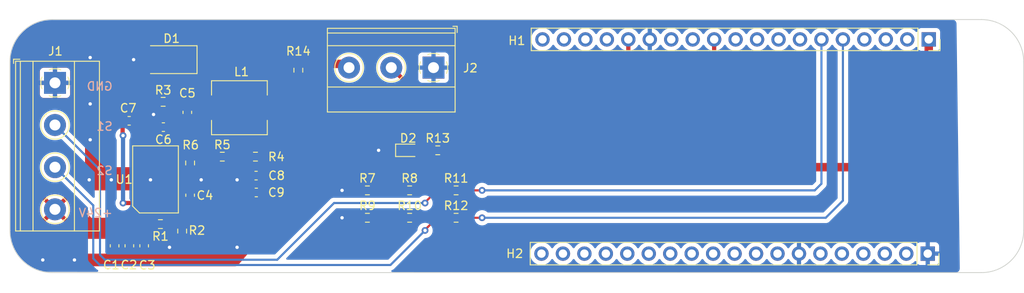
<source format=kicad_pcb>
(kicad_pcb (version 20221018) (generator pcbnew)
  (layers (0 "F.Cu" signal) (31 "B.Cu" signal) (34 "B.Paste" user) (35 "F.Paste" user) (36 "B.SilkS" user "B.Silkscreen") (37 "F.SilkS" user "F.Silkscreen") (38 "B.Mask" user) (39 "F.Mask" user) (44 "Edge.Cuts" user))
  (net 0 "")
  (net 1 "+24V")
  (net 2 "GND")
  (net 3 "Net-(U1-SS)")
  (net 4 "Net-(U1-COMP)")
  (net 5 "Net-(C5-Pad2)")
  (net 6 "Net-(D1-K)")
  (net 7 "Net-(U1-BOOT)")
  (net 8 "3V3")
  (net 9 "Net-(D2-A)")
  (net 13 "S1AI")
  (net 14 "S2AI")
  (net 19 "LED")
  (net 43 "Sensor2")
  (net 44 "Sensor1")
  (net 45 "Net-(U1-EN)")
  (net 46 "Net-(R4-Pad2)")
  (net 47 "Net-(U1-VSENSE)")
  (net 48 "Net-(R7-Pad2)")
  (net 49 "Net-(R10-Pad1)")
  (net 50 "OneWire")
  (net 51 "Net-(J2-Pin_3)")
  (footprint "Resistor_SMD:R_0603_1608Metric" (layer "F.Cu") (at 150.64 95.5)
    (fp_text reference "R13" (at 0 -1.43) (layer "F.SilkS"))
    (fp_text value "100")
    (fp_line (start -0.237258 -0.5225) (end 0.237258 -0.5225) (stroke (width 0.12)) (layer "F.SilkS"))
    (fp_line (start -0.237258 0.5225) (end 0.237258 0.5225) (stroke (width 0.12)) (layer "F.SilkS"))
    (pad "1" smd roundrect (at -0.825 0) (size 0.8 0.95) (layers "F.Cu" "F.Paste" "F.Mask") (net 9 "Net-(D2-A)"))
    (pad "2" smd roundrect (at 0.825 0) (size 0.8 0.95) (layers "F.Cu" "F.Paste" "F.Mask") (net 19 "LED"))
  )
  (footprint "Resistor_SMD:R_0603_1608Metric" (layer "F.Cu") (at 129.065 96.25 180)
    (fp_text reference "R4" (at -2.475 -0.025 180) (layer "F.SilkS"))
    (fp_text value "200")
    (fp_line (start -0.237258 -0.5225) (end 0.237258 -0.5225) (stroke (width 0.12)) (layer "F.SilkS"))
    (fp_line (start -0.237258 0.5225) (end 0.237258 0.5225) (stroke (width 0.12)) (layer "F.SilkS"))
    (pad "1" smd roundrect (at -0.825 0 180) (size 0.8 0.95) (layers "F.Cu" "F.Paste" "F.Mask") (net 8 "3V3"))
    (pad "2" smd roundrect (at 0.825 0 180) (size 0.8 0.95) (layers "F.Cu" "F.Paste" "F.Mask") (net 46 "Net-(R4-Pad2)"))
  )
  (footprint "Diode_SMD:D_SMA" (layer "F.Cu") (at 118.64 84.75 180)
    (fp_text reference "D1" (at -0.5 2.5) (layer "F.SilkS"))
    (fp_text value "B340A")
    (fp_line (start -3.51 -1.65) (end -3.51 1.65) (stroke (width 0.12)) (layer "F.SilkS"))
    (fp_line (start -3.51 -1.65) (end 2 -1.65) (stroke (width 0.12)) (layer "F.SilkS"))
    (fp_line (start -3.51 1.65) (end 2 1.65) (stroke (width 0.12)) (layer "F.SilkS"))
    (pad "1" smd roundrect (at -2 0 180) (size 2.5 1.8) (layers "F.Cu" "F.Paste" "F.Mask") (roundrect_rratio 0.1388888889) (net 6 "Net-(D1-K)"))
    (pad "2" smd roundrect (at 2 0 180) (size 2.5 1.8) (layers "F.Cu" "F.Paste" "F.Mask") (roundrect_rratio 0.1388888889) (net 2 "GND"))
  )
  (footprint "Capacitor_SMD:C_0603_1608Metric" (layer "F.Cu") (at 129.14 98.5 180)
    (fp_text reference "C8" (at -2.425 0 180) (layer "F.SilkS"))
    (fp_text value "47uF")
    (fp_line (start -0.14058 -0.51) (end 0.14058 -0.51) (stroke (width 0.12)) (layer "F.SilkS"))
    (fp_line (start -0.14058 0.51) (end 0.14058 0.51) (stroke (width 0.12)) (layer "F.SilkS"))
    (pad "1" smd roundrect (at -0.775 0 180) (size 0.9 0.95) (layers "F.Cu" "F.Paste" "F.Mask") (net 8 "3V3"))
    (pad "2" smd roundrect (at 0.775 0 180) (size 0.9 0.95) (layers "F.Cu" "F.Paste" "F.Mask") (net 2 "GND"))
  )
  (footprint "LED_SMD:LED_0603_1608Metric" (layer "F.Cu") (at 147.14 95.5)
    (fp_text reference "D2" (at 0 -1.43) (layer "F.SilkS"))
    (fp_text value "LED")
    (fp_line (start -1.485 -0.735) (end -1.485 0.735) (stroke (width 0.12)) (layer "F.SilkS"))
    (fp_line (start -1.485 0.735) (end 0.8 0.735) (stroke (width 0.12)) (layer "F.SilkS"))
    (fp_line (start 0.8 -0.735) (end -1.485 -0.735) (stroke (width 0.12)) (layer "F.SilkS"))
    (pad "1" smd roundrect (at -0.7875 0) (size 0.875 0.95) (layers "F.Cu" "F.Paste" "F.Mask") (net 2 "GND"))
    (pad "2" smd roundrect (at 0.7875 0) (size 0.875 0.95) (layers "F.Cu" "F.Paste" "F.Mask") (net 9 "Net-(D2-A)"))
  )
  (footprint "Resistor_SMD:R_0603_1608Metric" (layer "F.Cu") (at 121.33 97 -90)
    (fp_text reference "R6" (at -2.125 -0.06) (layer "F.SilkS"))
    (fp_text value "3k3")
    (fp_line (start -0.237258 -0.5225) (end 0.237258 -0.5225) (stroke (width 0.12)) (layer "F.SilkS"))
    (fp_line (start -0.237258 0.5225) (end 0.237258 0.5225) (stroke (width 0.12)) (layer "F.SilkS"))
    (pad "1" smd roundrect (at -0.825 0 270) (size 0.8 0.95) (layers "F.Cu" "F.Paste" "F.Mask") (net 47 "Net-(U1-VSENSE)"))
    (pad "2" smd roundrect (at 0.825 0 270) (size 0.8 0.95) (layers "F.Cu" "F.Paste" "F.Mask") (net 2 "GND"))
  )
  (footprint "WFF:TPS54331DR SOIC-8" (layer "F.Cu") (at 117.235 98.95)
    (fp_text reference "U1" (at -3.705 0 180) (layer "F.SilkS"))
    (fp_text value "~")
    (fp_line (start -2.705 -3.975) (end 2.705 -3.975) (stroke (width 0.12)) (layer "F.SilkS"))
    (fp_line (start -2.705 3.175) (end -2.705 -3.975) (stroke (width 0.12)) (layer "F.SilkS"))
    (fp_line (start -1.905 3.975) (end -2.705 3.175) (stroke (width 0.12)) (layer "F.SilkS"))
    (fp_line (start 2.705 -3.975) (end 2.705 3.975) (stroke (width 0.12)) (layer "F.SilkS"))
    (fp_line (start 2.705 3.975) (end -1.905 3.975) (stroke (width 0.12)) (layer "F.SilkS"))
    (pad "1" smd rect (at -1.905 2.7) (size 0.6 1.55) (layers "F.Cu" "F.Paste" "F.Mask") (net 7 "Net-(U1-BOOT)"))
    (pad "2" smd rect (at -0.635 2.7) (size 0.6 1.55) (layers "F.Cu" "F.Paste" "F.Mask") (net 1 "+24V"))
    (pad "3" smd rect (at 0.635 2.7) (size 0.6 1.55) (layers "F.Cu" "F.Paste" "F.Mask") (net 45 "Net-(U1-EN)"))
    (pad "4" smd rect (at 1.905 2.7) (size 0.6 1.55) (layers "F.Cu" "F.Paste" "F.Mask") (net 3 "Net-(U1-SS)"))
    (pad "5" smd rect (at 1.905 -2.7) (size 0.6 1.55) (layers "F.Cu" "F.Paste" "F.Mask") (net 47 "Net-(U1-VSENSE)"))
    (pad "6" smd rect (at 0.635 -2.7) (size 0.6 1.55) (layers "F.Cu" "F.Paste" "F.Mask") (net 4 "Net-(U1-COMP)"))
    (pad "7" smd rect (at -0.635 -2.7) (size 0.6 1.55) (layers "F.Cu" "F.Paste" "F.Mask") (net 2 "GND"))
    (pad "8" smd rect (at -1.905 -2.7) (size 0.6 1.55) (layers "F.Cu" "F.Paste" "F.Mask") (net 6 "Net-(D1-K)"))
  )
  (footprint "Capacitor_SMD:C_0603_1608Metric" (layer "F.Cu") (at 121.33 100.825 90)
    (fp_text reference "C4" (at -0.025 1.75 180) (layer "F.SilkS"))
    (fp_text value "10pF")
    (fp_line (start -0.14058 -0.51) (end 0.14058 -0.51) (stroke (width 0.12)) (layer "F.SilkS"))
    (fp_line (start -0.14058 0.51) (end 0.14058 0.51) (stroke (width 0.12)) (layer "F.SilkS"))
    (pad "1" smd roundrect (at -0.775 0 90) (size 0.9 0.95) (layers "F.Cu" "F.Paste" "F.Mask") (net 3 "Net-(U1-SS)"))
    (pad "2" smd roundrect (at 0.775 0 90) (size 0.9 0.95) (layers "F.Cu" "F.Paste" "F.Mask") (net 2 "GND"))
  )
  (footprint "Resistor_SMD:R_0603_1608Metric" (layer "F.Cu") (at 147.315 100.25)
    (fp_text reference "R8" (at 0 -1.43) (layer "F.SilkS"))
    (fp_text value "82")
    (fp_line (start -0.237258 -0.5225) (end 0.237258 -0.5225) (stroke (width 0.12)) (layer "F.SilkS"))
    (fp_line (start -0.237258 0.5225) (end 0.237258 0.5225) (stroke (width 0.12)) (layer "F.SilkS"))
    (pad "1" smd roundrect (at -0.825 0) (size 0.8 0.95) (layers "F.Cu" "F.Paste" "F.Mask") (net 48 "Net-(R7-Pad2)"))
    (pad "2" smd roundrect (at 0.825 0) (size 0.8 0.95) (layers "F.Cu" "F.Paste" "F.Mask") (net 44 "Sensor1"))
  )
  (footprint "TerminalBlock_Phoenix:TerminalBlock_Phoenix_MKDS-1,5-4_1x04_P5.00mm_Horizontal" (layer "F.Cu") (at 105.335 87.5 -90)
    (fp_text reference "J1" (at -3.75 -0.055 -180) (layer "F.SilkS"))
    (fp_text value "Screw_Terminal_01x04")
    (fp_line (start -2.8 4.16) (end -2.8 4.9) (stroke (width 0.12)) (layer "F.SilkS"))
    (fp_line (start -2.8 4.9) (end -2.3 4.9) (stroke (width 0.12)) (layer "F.SilkS"))
    (fp_line (start -2.56 -5.261) (end -2.56 4.66) (stroke (width 0.12)) (layer "F.SilkS"))
    (fp_line (start -2.56 -5.261) (end 17.561 -5.261) (stroke (width 0.12)) (layer "F.SilkS"))
    (fp_line (start -2.56 -2.301) (end 17.561 -2.301) (stroke (width 0.12)) (layer "F.SilkS"))
    (fp_line (start -2.56 2.6) (end 17.561 2.6) (stroke (width 0.12)) (layer "F.SilkS"))
    (fp_line (start -2.56 4.1) (end 17.561 4.1) (stroke (width 0.12)) (layer "F.SilkS"))
    (fp_line (start -2.56 4.66) (end 17.561 4.66) (stroke (width 0.12)) (layer "F.SilkS"))
    (fp_line (start 3.773 1.023) (end 3.726 1.069) (stroke (width 0.12)) (layer "F.SilkS"))
    (fp_line (start 3.966 1.239) (end 3.931 1.274) (stroke (width 0.12)) (layer "F.SilkS"))
    (fp_line (start 6.07 -1.275) (end 6.035 -1.239) (stroke (width 0.12)) (layer "F.SilkS"))
    (fp_line (start 6.275 -1.069) (end 6.228 -1.023) (stroke (width 0.12)) (layer "F.SilkS"))
    (fp_line (start 8.773 1.023) (end 8.726 1.069) (stroke (width 0.12)) (layer "F.SilkS"))
    (fp_line (start 8.966 1.239) (end 8.931 1.274) (stroke (width 0.12)) (layer "F.SilkS"))
    (fp_line (start 11.07 -1.275) (end 11.035 -1.239) (stroke (width 0.12)) (layer "F.SilkS"))
    (fp_line (start 11.275 -1.069) (end 11.228 -1.023) (stroke (width 0.12)) (layer "F.SilkS"))
    (fp_line (start 13.773 1.023) (end 13.726 1.069) (stroke (width 0.12)) (layer "F.SilkS"))
    (fp_line (start 13.966 1.239) (end 13.931 1.274) (stroke (width 0.12)) (layer "F.SilkS"))
    (fp_line (start 16.07 -1.275) (end 16.035 -1.239) (stroke (width 0.12)) (layer "F.SilkS"))
    (fp_line (start 16.275 -1.069) (end 16.228 -1.023) (stroke (width 0.12)) (layer "F.SilkS"))
    (fp_line (start 17.561 -5.261) (end 17.561 4.66) (stroke (width 0.12)) (layer "F.SilkS"))
    (fp_arc (start -1.535427 0.683042) (mid -1.680501 -0.000524) (end -1.535 -0.684) (stroke (width 0.12)) (layer "F.SilkS"))
    (fp_arc (start -0.683042 -1.535427) (mid 0.000524 -1.680501) (end 0.684 -1.535) (stroke (width 0.12)) (layer "F.SilkS"))
    (fp_arc (start 0.028805 1.680253) (mid -0.335551 1.646659) (end -0.684 1.535) (stroke (width 0.12)) (layer "F.SilkS"))
    (fp_arc (start 0.683318 1.534756) (mid 0.349292 1.643288) (end 0 1.68) (stroke (width 0.12)) (layer "F.SilkS"))
    (fp_arc (start 1.535427 -0.683042) (mid 1.680501 0.000524) (end 1.535 0.684) (stroke (width 0.12)) (layer "F.SilkS"))
    (fp_circle (center 5 0) (end 6.68 0) (stroke (width 0.12)) (fill none) (layer "F.SilkS"))
    (fp_circle (center 10 0) (end 11.68 0) (stroke (width 0.12)) (fill none) (layer "F.SilkS"))
    (fp_circle (center 15 0) (end 16.68 0) (stroke (width 0.12)) (fill none) (layer "F.SilkS"))
    (pad "1" thru_hole rect (at 0 0 270) (size 2.6 2.6) (drill 1.3) (layers "*.Cu" "*.Mask") (net 2 "GND"))
    (pad "2" thru_hole circle (at 5 0 270) (size 2.6 2.6) (drill 1.3) (layers "*.Cu" "*.Mask") (net 44 "Sensor1"))
    (pad "3" thru_hole circle (at 10 0 270) (size 2.6 2.6) (drill 1.3) (layers "*.Cu" "*.Mask") (net 43 "Sensor2"))
    (pad "4" thru_hole circle (at 15 0 270) (size 2.6 2.6) (drill 1.3) (layers "*.Cu" "*.Mask") (net 1 "+24V"))
  )
  (footprint "Capacitor_SMD:C_0603_1608Metric" (layer "F.Cu") (at 112.39 106.825 -90)
    (fp_text reference "C1" (at 2.275 0.39 -180) (layer "F.SilkS"))
    (fp_text value "4.7uF")
    (fp_line (start -0.14058 -0.51) (end 0.14058 -0.51) (stroke (width 0.12)) (layer "F.SilkS"))
    (fp_line (start -0.14058 0.51) (end 0.14058 0.51) (stroke (width 0.12)) (layer "F.SilkS"))
    (pad "1" smd roundrect (at -0.775 0 270) (size 0.9 0.95) (layers "F.Cu" "F.Paste" "F.Mask") (net 1 "+24V"))
    (pad "2" smd roundrect (at 0.775 0 270) (size 0.9 0.95) (layers "F.Cu" "F.Paste" "F.Mask") (net 2 "GND"))
  )
  (footprint "Resistor_SMD:R_0603_1608Metric" (layer "F.Cu") (at 142.315 100.25)
    (fp_text reference "R7" (at 0 -1.43) (layer "F.SilkS"))
    (fp_text value "82")
    (fp_line (start -0.237258 -0.5225) (end 0.237258 -0.5225) (stroke (width 0.12)) (layer "F.SilkS"))
    (fp_line (start -0.237258 0.5225) (end 0.237258 0.5225) (stroke (width 0.12)) (layer "F.SilkS"))
    (pad "1" smd roundrect (at -0.825 0) (size 0.8 0.95) (layers "F.Cu" "F.Paste" "F.Mask") (net 2 "GND"))
    (pad "2" smd roundrect (at 0.825 0) (size 0.8 0.95) (layers "F.Cu" "F.Paste" "F.Mask") (net 48 "Net-(R7-Pad2)"))
  )
  (footprint "Capacitor_SMD:C_0603_1608Metric" (layer "F.Cu") (at 114.115 92 180)
    (fp_text reference "C7" (at 0.115 1.5 180) (layer "F.SilkS"))
    (fp_text value "100pF")
    (fp_line (start -0.14058 -0.51) (end 0.14058 -0.51) (stroke (width 0.12)) (layer "F.SilkS"))
    (fp_line (start -0.14058 0.51) (end 0.14058 0.51) (stroke (width 0.12)) (layer "F.SilkS"))
    (pad "1" smd roundrect (at -0.775 0 180) (size 0.9 0.95) (layers "F.Cu" "F.Paste" "F.Mask") (net 6 "Net-(D1-K)"))
    (pad "2" smd roundrect (at 0.775 0 180) (size 0.9 0.95) (layers "F.Cu" "F.Paste" "F.Mask") (net 7 "Net-(U1-BOOT)"))
  )
  (footprint "Inductor_SMD:L_6.3x6.3_H3" (layer "F.Cu") (at 127.165 90.45)
    (fp_text reference "L1" (at 0.25 -4.25 180) (layer "F.SilkS"))
    (fp_text value "6.8uH")
    (fp_line (start -3.3 -3.2) (end 3.3 -3.2) (stroke (width 0.12)) (layer "F.SilkS"))
    (fp_line (start -3.3 -1.5) (end -3.3 -3.2) (stroke (width 0.12)) (layer "F.SilkS"))
    (fp_line (start -3.3 3.2) (end -3.3 1.5) (stroke (width 0.12)) (layer "F.SilkS"))
    (fp_line (start 3.3 -3.2) (end 3.3 -1.5) (stroke (width 0.12)) (layer "F.SilkS"))
    (fp_line (start 3.3 1.5) (end 3.3 3.2) (stroke (width 0.12)) (layer "F.SilkS"))
    (fp_line (start 3.3 3.2) (end -3.3 3.2) (stroke (width 0.12)) (layer "F.SilkS"))
    (pad "1" smd rect (at -2.75 0) (size 1.5 2.4) (layers "F.Cu" "F.Paste" "F.Mask") (net 6 "Net-(D1-K)"))
    (pad "2" smd rect (at 2.75 0) (size 1.5 2.4) (layers "F.Cu" "F.Paste" "F.Mask") (net 8 "3V3"))
  )
  (footprint "Connector_PinSocket_2.54mm:PinSocket_1x19_P2.54mm_Vertical" (layer "F.Cu") (at 208.64 107.75 -90)
    (fp_text reference "H2" (at 0 48.89) (layer "F.SilkS"))
    (fp_text value "Conn_01x19")
    (fp_line (start -1.33 1.27) (end -1.33 47.05) (stroke (width 0.12)) (layer "F.SilkS"))
    (fp_line (start -1.33 1.27) (end 1.33 1.27) (stroke (width 0.12)) (layer "F.SilkS"))
    (fp_line (start -1.33 47.05) (end 1.33 47.05) (stroke (width 0.12)) (layer "F.SilkS"))
    (fp_line (start 0 -1.33) (end 1.33 -1.33) (stroke (width 0.12)) (layer "F.SilkS"))
    (fp_line (start 1.33 -1.33) (end 1.33 0) (stroke (width 0.12)) (layer "F.SilkS"))
    (fp_line (start 1.33 1.27) (end 1.33 47.05) (stroke (width 0.12)) (layer "F.SilkS"))
    (pad "1" thru_hole rect (at 0 0 270) (size 1.7 1.7) (drill 1) (layers "*.Cu" "*.Mask") (net 2 "GND"))
    (pad "2" thru_hole oval (at 0 2.54 270) (size 1.7 1.7) (drill 1) (layers "*.Cu" "*.Mask"))
    (pad "3" thru_hole oval (at 0 5.08 270) (size 1.7 1.7) (drill 1) (layers "*.Cu" "*.Mask"))
    (pad "4" thru_hole oval (at 0 7.62 270) (size 1.7 1.7) (drill 1) (layers "*.Cu" "*.Mask"))
    (pad "5" thru_hole oval (at 0 10.16 270) (size 1.7 1.7) (drill 1) (layers "*.Cu" "*.Mask"))
    (pad "6" thru_hole oval (at 0 12.7 270) (size 1.7 1.7) (drill 1) (layers "*.Cu" "*.Mask"))
    (pad "7" thru_hole oval (at 0 15.24 270) (size 1.7 1.7) (drill 1) (layers "*.Cu" "*.Mask") (net 2 "GND"))
    (pad "8" thru_hole oval (at 0 17.78 270) (size 1.7 1.7) (drill 1) (layers "*.Cu" "*.Mask"))
    (pad "9" thru_hole oval (at 0 20.32 270) (size 1.7 1.7) (drill 1) (layers "*.Cu" "*.Mask"))
    (pad "10" thru_hole oval (at 0 22.86 270) (size 1.7 1.7) (drill 1) (layers "*.Cu" "*.Mask"))
    (pad "11" thru_hole oval (at 0 25.4 270) (size 1.7 1.7) (drill 1) (layers "*.Cu" "*.Mask"))
    (pad "12" thru_hole oval (at 0 27.94 270) (size 1.7 1.7) (drill 1) (layers "*.Cu" "*.Mask"))
    (pad "13" thru_hole oval (at 0 30.48 270) (size 1.7 1.7) (drill 1) (layers "*.Cu" "*.Mask"))
    (pad "14" thru_hole oval (at 0 33.02 270) (size 1.7 1.7) (drill 1) (layers "*.Cu" "*.Mask"))
    (pad "15" thru_hole oval (at 0 35.56 270) (size 1.7 1.7) (drill 1) (layers "*.Cu" "*.Mask"))
    (pad "16" thru_hole oval (at 0 38.1 270) (size 1.7 1.7) (drill 1) (layers "*.Cu" "*.Mask"))
    (pad "17" thru_hole oval (at 0 40.64 270) (size 1.7 1.7) (drill 1) (layers "*.Cu" "*.Mask"))
    (pad "18" thru_hole oval (at 0 43.18 270) (size 1.7 1.7) (drill 1) (layers "*.Cu" "*.Mask"))
    (pad "19" thru_hole oval (at 0 45.72 270) (size 1.7 1.7) (drill 1) (layers "*.Cu" "*.Mask"))
  )
  (footprint "Resistor_SMD:R_0603_1608Metric" (layer "F.Cu") (at 147.315 103.5)
    (fp_text reference "R10" (at 0 -1.43) (layer "F.SilkS"))
    (fp_text value "82")
    (fp_line (start -0.237258 -0.5225) (end 0.237258 -0.5225) (stroke (width 0.12)) (layer "F.SilkS"))
    (fp_line (start -0.237258 0.5225) (end 0.237258 0.5225) (stroke (width 0.12)) (layer "F.SilkS"))
    (pad "1" smd roundrect (at -0.825 0) (size 0.8 0.95) (layers "F.Cu" "F.Paste" "F.Mask") (net 49 "Net-(R10-Pad1)"))
    (pad "2" smd roundrect (at 0.825 0) (size 0.8 0.95) (layers "F.Cu" "F.Paste" "F.Mask") (net 43 "Sensor2"))
  )
  (footprint "Capacitor_SMD:C_0603_1608Metric" (layer "F.Cu") (at 115.89 106.825 -90)
    (fp_text reference "C3" (at 2.3 -0.36 -180) (layer "F.SilkS"))
    (fp_text value "10pF")
    (fp_line (start -0.14058 -0.51) (end 0.14058 -0.51) (stroke (width 0.12)) (layer "F.SilkS"))
    (fp_line (start -0.14058 0.51) (end 0.14058 0.51) (stroke (width 0.12)) (layer "F.SilkS"))
    (pad "1" smd roundrect (at -0.775 0 270) (size 0.9 0.95) (layers "F.Cu" "F.Paste" "F.Mask") (net 1 "+24V"))
    (pad "2" smd roundrect (at 0.775 0 270) (size 0.9 0.95) (layers "F.Cu" "F.Paste" "F.Mask") (net 2 "GND"))
  )
  (footprint "Capacitor_SMD:C_0603_1608Metric" (layer "F.Cu") (at 129.165 100.5 180)
    (fp_text reference "C9" (at -2.375 0 180) (layer "F.SilkS"))
    (fp_text value "47uF")
    (fp_line (start -0.14058 -0.51) (end 0.14058 -0.51) (stroke (width 0.12)) (layer "F.SilkS"))
    (fp_line (start -0.14058 0.51) (end 0.14058 0.51) (stroke (width 0.12)) (layer "F.SilkS"))
    (pad "1" smd roundrect (at -0.775 0 180) (size 0.9 0.95) (layers "F.Cu" "F.Paste" "F.Mask") (net 8 "3V3"))
    (pad "2" smd roundrect (at 0.775 0 180) (size 0.9 0.95) (layers "F.Cu" "F.Paste" "F.Mask") (net 2 "GND"))
  )
  (footprint "Resistor_SMD:R_0603_1608Metric" (layer "F.Cu") (at 125.14 96.25 180)
    (fp_text reference "R5" (at 0 1.4 180) (layer "F.SilkS"))
    (fp_text value "10k")
    (fp_line (start -0.237258 -0.5225) (end 0.237258 -0.5225) (stroke (width 0.12)) (layer "F.SilkS"))
    (fp_line (start -0.237258 0.5225) (end 0.237258 0.5225) (stroke (width 0.12)) (layer "F.SilkS"))
    (pad "1" smd roundrect (at -0.825 0 180) (size 0.8 0.95) (layers "F.Cu" "F.Paste" "F.Mask") (net 46 "Net-(R4-Pad2)"))
    (pad "2" smd roundrect (at 0.825 0 180) (size 0.8 0.95) (layers "F.Cu" "F.Paste" "F.Mask") (net 47 "Net-(U1-VSENSE)"))
  )
  (footprint "Resistor_SMD:R_0603_1608Metric" (layer "F.Cu") (at 142.315 103.5)
    (fp_text reference "R9" (at 0 -1.43) (layer "F.SilkS"))
    (fp_text value "82")
    (fp_line (start -0.237258 -0.5225) (end 0.237258 -0.5225) (stroke (width 0.12)) (layer "F.SilkS"))
    (fp_line (start -0.237258 0.5225) (end 0.237258 0.5225) (stroke (width 0.12)) (layer "F.SilkS"))
    (pad "1" smd roundrect (at -0.825 0) (size 0.8 0.95) (layers "F.Cu" "F.Paste" "F.Mask") (net 2 "GND"))
    (pad "2" smd roundrect (at 0.825 0) (size 0.8 0.95) (layers "F.Cu" "F.Paste" "F.Mask") (net 49 "Net-(R10-Pad1)"))
  )
  (footprint "Capacitor_SMD:C_0603_1608Metric" (layer "F.Cu") (at 118.165 92.75 180)
    (fp_text reference "C6" (at 0 -1.475 180) (layer "F.SilkS"))
    (fp_text value "47pF")
    (fp_line (start -0.14058 -0.51) (end 0.14058 -0.51) (stroke (width 0.12)) (layer "F.SilkS"))
    (fp_line (start -0.14058 0.51) (end 0.14058 0.51) (stroke (width 0.12)) (layer "F.SilkS"))
    (pad "1" smd roundrect (at -0.775 0 180) (size 0.9 0.95) (layers "F.Cu" "F.Paste" "F.Mask") (net 4 "Net-(U1-COMP)"))
    (pad "2" smd roundrect (at 0.775 0 180) (size 0.9 0.95) (layers "F.Cu" "F.Paste" "F.Mask") (net 2 "GND"))
  )
  (footprint "Resistor_SMD:R_0603_1608Metric" (layer "F.Cu") (at 152.815 103.5)
    (fp_text reference "R12" (at 0 -1.43) (layer "F.SilkS"))
    (fp_text value "10K")
    (fp_line (start -0.237258 -0.5225) (end 0.237258 -0.5225) (stroke (width 0.12)) (layer "F.SilkS"))
    (fp_line (start -0.237258 0.5225) (end 0.237258 0.5225) (stroke (width 0.12)) (layer "F.SilkS"))
    (pad "1" smd roundrect (at -0.825 0) (size 0.8 0.95) (layers "F.Cu" "F.Paste" "F.Mask") (net 43 "Sensor2"))
    (pad "2" smd roundrect (at 0.825 0) (size 0.8 0.95) (layers "F.Cu" "F.Paste" "F.Mask") (net 14 "S2AI"))
  )
  (footprint "Resistor_SMD:R_0603_1608Metric" (layer "F.Cu") (at 152.815 100.25)
    (fp_text reference "R11" (at 0 -1.43) (layer "F.SilkS"))
    (fp_text value "10K")
    (fp_line (start -0.237258 -0.5225) (end 0.237258 -0.5225) (stroke (width 0.12)) (layer "F.SilkS"))
    (fp_line (start -0.237258 0.5225) (end 0.237258 0.5225) (stroke (width 0.12)) (layer "F.SilkS"))
    (pad "1" smd roundrect (at -0.825 0) (size 0.8 0.95) (layers "F.Cu" "F.Paste" "F.Mask") (net 44 "Sensor1"))
    (pad "2" smd roundrect (at 0.825 0) (size 0.8 0.95) (layers "F.Cu" "F.Paste" "F.Mask") (net 13 "S1AI"))
  )
  (footprint "Resistor_SMD:R_0603_1608Metric" (layer "F.Cu") (at 118.14 89.75 180)
    (fp_text reference "R3" (at 0 1.375 180) (layer "F.SilkS"))
    (fp_text value "27k")
    (fp_line (start -0.237258 -0.5225) (end 0.237258 -0.5225) (stroke (width 0.12)) (layer "F.SilkS"))
    (fp_line (start -0.237258 0.5225) (end 0.237258 0.5225) (stroke (width 0.12)) (layer "F.SilkS"))
    (pad "1" smd roundrect (at -0.825 0 180) (size 0.8 0.95) (layers "F.Cu" "F.Paste" "F.Mask") (net 5 "Net-(C5-Pad2)"))
    (pad "2" smd roundrect (at 0.825 0 180) (size 0.8 0.95) (layers "F.Cu" "F.Paste" "F.Mask") (net 2 "GND"))
  )
  (footprint "Capacitor_SMD:C_0603_1608Metric" (layer "F.Cu") (at 121 91 90)
    (fp_text reference "C5" (at 2.275 0 180) (layer "F.SilkS"))
    (fp_text value "1nF")
    (fp_line (start -0.14058 -0.51) (end 0.14058 -0.51) (stroke (width 0.12)) (layer "F.SilkS"))
    (fp_line (start -0.14058 0.51) (end 0.14058 0.51) (stroke (width 0.12)) (layer "F.SilkS"))
    (pad "1" smd roundrect (at -0.775 0 90) (size 0.9 0.95) (layers "F.Cu" "F.Paste" "F.Mask") (net 4 "Net-(U1-COMP)"))
    (pad "2" smd roundrect (at 0.775 0 90) (size 0.9 0.95) (layers "F.Cu" "F.Paste" "F.Mask") (net 5 "Net-(C5-Pad2)"))
  )
  (footprint "TerminalBlock_Phoenix:TerminalBlock_Phoenix_MKDS-1,5-3_1x03_P5.00mm_Horizontal" (layer "F.Cu") (at 150.14 85.695 180)
    (fp_text reference "J2" (at -4.36 -0.055) (layer "F.SilkS"))
    (fp_text value "Screw_Terminal_01x03")
    (fp_line (start -2.8 4.16) (end -2.8 4.9) (stroke (width 0.12)) (layer "F.SilkS"))
    (fp_line (start -2.8 4.9) (end -2.3 4.9) (stroke (width 0.12)) (layer "F.SilkS"))
    (fp_line (start -2.56 -5.261) (end -2.56 4.66) (stroke (width 0.12)) (layer "F.SilkS"))
    (fp_line (start -2.56 -5.261) (end 12.56 -5.261) (stroke (width 0.12)) (layer "F.SilkS"))
    (fp_line (start -2.56 -2.301) (end 12.56 -2.301) (stroke (width 0.12)) (layer "F.SilkS"))
    (fp_line (start -2.56 2.6) (end 12.56 2.6) (stroke (width 0.12)) (layer "F.SilkS"))
    (fp_line (start -2.56 4.1) (end 12.56 4.1) (stroke (width 0.12)) (layer "F.SilkS"))
    (fp_line (start -2.56 4.66) (end 12.56 4.66) (stroke (width 0.12)) (layer "F.SilkS"))
    (fp_line (start 3.773 1.023) (end 3.726 1.069) (stroke (width 0.12)) (layer "F.SilkS"))
    (fp_line (start 3.966 1.239) (end 3.931 1.274) (stroke (width 0.12)) (layer "F.SilkS"))
    (fp_line (start 6.07 -1.275) (end 6.035 -1.239) (stroke (width 0.12)) (layer "F.SilkS"))
    (fp_line (start 6.275 -1.069) (end 6.228 -1.023) (stroke (width 0.12)) (layer "F.SilkS"))
    (fp_line (start 8.773 1.023) (end 8.726 1.069) (stroke (width 0.12)) (layer "F.SilkS"))
    (fp_line (start 8.966 1.239) (end 8.931 1.274) (stroke (width 0.12)) (layer "F.SilkS"))
    (fp_line (start 11.07 -1.275) (end 11.035 -1.239) (stroke (width 0.12)) (layer "F.SilkS"))
    (fp_line (start 11.275 -1.069) (end 11.228 -1.023) (stroke (width 0.12)) (layer "F.SilkS"))
    (fp_line (start 12.56 -5.261) (end 12.56 4.66) (stroke (width 0.12)) (layer "F.SilkS"))
    (fp_arc (start -1.535427 0.683042) (mid -1.680501 -0.000524) (end -1.535 -0.684) (stroke (width 0.12)) (layer "F.SilkS"))
    (fp_arc (start -0.683042 -1.535427) (mid 0.000524 -1.680501) (end 0.684 -1.535) (stroke (width 0.12)) (layer "F.SilkS"))
    (fp_arc (start 0.028805 1.680253) (mid -0.335551 1.646659) (end -0.684 1.535) (stroke (width 0.12)) (layer "F.SilkS"))
    (fp_arc (start 0.683318 1.534756) (mid 0.349292 1.643288) (end 0 1.68) (stroke (width 0.12)) (layer "F.SilkS"))
    (fp_arc (start 1.535427 -0.683042) (mid 1.680501 0.000524) (end 1.535 0.684) (stroke (width 0.12)) (layer "F.SilkS"))
    (fp_circle (center 5 0) (end 6.68 0) (stroke (width 0.12)) (fill none) (layer "F.SilkS"))
    (fp_circle (center 10 0) (end 11.68 0) (stroke (width 0.12)) (fill none) (layer "F.SilkS"))
    (pad "1" thru_hole rect (at 0 0 180) (size 2.6 2.6) (drill 1.3) (layers "*.Cu" "*.Mask") (net 2 "GND"))
    (pad "2" thru_hole circle (at 5 0 180) (size 2.6 2.6) (drill 1.3) (layers "*.Cu" "*.Mask") (net 50 "OneWire"))
    (pad "3" thru_hole circle (at 10 0 180) (size 2.6 2.6) (drill 1.3) (layers "*.Cu" "*.Mask") (net 51 "Net-(J2-Pin_3)"))
  )
  (footprint "Capacitor_SMD:C_0603_1608Metric" (layer "F.Cu") (at 114.14 106.825 -90)
    (fp_text reference "C2" (at 2.275 0.05 -180) (layer "F.SilkS"))
    (fp_text value "4.7uF")
    (fp_line (start -0.14058 -0.51) (end 0.14058 -0.51) (stroke (width 0.12)) (layer "F.SilkS"))
    (fp_line (start -0.14058 0.51) (end 0.14058 0.51) (stroke (width 0.12)) (layer "F.SilkS"))
    (pad "1" smd roundrect (at -0.775 0 270) (size 0.9 0.95) (layers "F.Cu" "F.Paste" "F.Mask") (net 1 "+24V"))
    (pad "2" smd roundrect (at 0.775 0 270) (size 0.9 0.95) (layers "F.Cu" "F.Paste" "F.Mask") (net 2 "GND"))
  )
  (footprint "Resistor_SMD:R_0603_1608Metric" (layer "F.Cu") (at 134.14 86 -90)
    (fp_text reference "R14" (at -2.25 0 -180) (layer "F.SilkS"))
    (fp_text value "4k7")
    (fp_line (start -0.237258 -0.5225) (end 0.237258 -0.5225) (stroke (width 0.12)) (layer "F.SilkS"))
    (fp_line (start -0.237258 0.5225) (end 0.237258 0.5225) (stroke (width 0.12)) (layer "F.SilkS"))
    (pad "1" smd roundrect (at -0.825 0 270) (size 0.8 0.95) (layers "F.Cu" "F.Paste" "F.Mask") (net 51 "Net-(J2-Pin_3)"))
    (pad "2" smd roundrect (at 0.825 0 270) (size 0.8 0.95) (layers "F.Cu" "F.Paste" "F.Mask") (net 8 "3V3"))
  )
  (footprint "Resistor_SMD:R_0603_1608Metric" (layer "F.Cu") (at 117.815 104.25)
    (fp_text reference "R1" (at 0 1.45 180) (layer "F.SilkS"))
    (fp_text value "330k")
    (fp_line (start -0.237258 -0.5225) (end 0.237258 -0.5225) (stroke (width 0.12)) (layer "F.SilkS"))
    (fp_line (start -0.237258 0.5225) (end 0.237258 0.5225) (stroke (width 0.12)) (layer "F.SilkS"))
    (pad "1" smd roundrect (at -0.825 0) (size 0.8 0.95) (layers "F.Cu" "F.Paste" "F.Mask") (net 1 "+24V"))
    (pad "2" smd roundrect (at 0.825 0) (size 0.8 0.95) (layers "F.Cu" "F.Paste" "F.Mask") (net 45 "Net-(U1-EN)"))
  )
  (footprint "Resistor_SMD:R_0603_1608Metric" (layer "F.Cu") (at 120.39 105.075 -90)
    (fp_text reference "R2" (at -0.075 -1.75) (layer "F.SilkS"))
    (fp_text value "68k")
    (fp_line (start -0.237258 -0.5225) (end 0.237258 -0.5225) (stroke (width 0.12)) (layer "F.SilkS"))
    (fp_line (start -0.237258 0.5225) (end 0.237258 0.5225) (stroke (width 0.12)) (layer "F.SilkS"))
    (pad "1" smd roundrect (at -0.825 0 270) (size 0.8 0.95) (layers "F.Cu" "F.Paste" "F.Mask") (net 45 "Net-(U1-EN)"))
    (pad "2" smd roundrect (at 0.825 0 270) (size 0.8 0.95) (layers "F.Cu" "F.Paste" "F.Mask") (net 2 "GND"))
  )
  (footprint "Connector_PinSocket_2.54mm:PinSocket_1x19_P2.54mm_Vertical" (layer "F.Cu") (at 208.76 82.35 -90)
    (fp_text reference "H1" (at 0.15 48.76) (layer "F.SilkS"))
    (fp_text value "Conn_01x19")
    (fp_line (start -1.33 1.27) (end -1.33 47.05) (stroke (width 0.12)) (layer "F.SilkS"))
    (fp_line (start -1.33 1.27) (end 1.33 1.27) (stroke (width 0.12)) (layer "F.SilkS"))
    (fp_line (start -1.33 47.05) (end 1.33 47.05) (stroke (width 0.12)) (layer "F.SilkS"))
    (fp_line (start 0 -1.33) (end 1.33 -1.33) (stroke (width 0.12)) (layer "F.SilkS"))
    (fp_line (start 1.33 -1.33) (end 1.33 0) (stroke (width 0.12)) (layer "F.SilkS"))
    (fp_line (start 1.33 1.27) (end 1.33 47.05) (stroke (width 0.12)) (layer "F.SilkS"))
    (pad "1" thru_hole rect (at 0 0 270) (size 1.7 1.7) (drill 1) (layers "*.Cu" "*.Mask") (net 8 "3V3"))
    (pad "2" thru_hole oval (at 0 2.54 270) (size 1.7 1.7) (drill 1) (layers "*.Cu" "*.Mask"))
    (pad "3" thru_hole oval (at 0 5.08 270) (size 1.7 1.7) (drill 1) (layers "*.Cu" "*.Mask"))
    (pad "4" thru_hole oval (at 0 7.62 270) (size 1.7 1.7) (drill 1) (layers "*.Cu" "*.Mask"))
    (pad "5" thru_hole oval (at 0 10.16 270) (size 1.7 1.7) (drill 1) (layers "*.Cu" "*.Mask") (net 14 "S2AI"))
    (pad "6" thru_hole oval (at 0 12.7 270) (size 1.7 1.7) (drill 1) (layers "*.Cu" "*.Mask") (net 13 "S1AI"))
    (pad "7" thru_hole oval (at 0 15.24 270) (size 1.7 1.7) (drill 1) (layers "*.Cu" "*.Mask"))
    (pad "8" thru_hole oval (at 0 17.78 270) (size 1.7 1.7) (drill 1) (layers "*.Cu" "*.Mask"))
    (pad "9" thru_hole oval (at 0 20.32 270) (size 1.7 1.7) (drill 1) (layers "*.Cu" "*.Mask"))
    (pad "10" thru_hole oval (at 0 22.86 270) (size 1.7 1.7) (drill 1) (layers "*.Cu" "*.Mask"))
    (pad "11" thru_hole oval (at 0 25.4 270) (size 1.7 1.7) (drill 1) (layers "*.Cu" "*.Mask") (net 19 "LED"))
    (pad "12" thru_hole oval (at 0 27.94 270) (size 1.7 1.7) (drill 1) (layers "*.Cu" "*.Mask"))
    (pad "13" thru_hole oval (at 0 30.48 270) (size 1.7 1.7) (drill 1) (layers "*.Cu" "*.Mask"))
    (pad "14" thru_hole oval (at 0 33.02 270) (size 1.7 1.7) (drill 1) (layers "*.Cu" "*.Mask") (net 2 "GND"))
    (pad "15" thru_hole oval (at 0 35.56 270) (size 1.7 1.7) (drill 1) (layers "*.Cu" "*.Mask") (net 50 "OneWire"))
    (pad "16" thru_hole oval (at 0 38.1 270) (size 1.7 1.7) (drill 1) (layers "*.Cu" "*.Mask"))
    (pad "17" thru_hole oval (at 0 40.64 270) (size 1.7 1.7) (drill 1) (layers "*.Cu" "*.Mask"))
    (pad "18" thru_hole oval (at 0 43.18 270) (size 1.7 1.7) (drill 1) (layers "*.Cu" "*.Mask"))
    (pad "19" thru_hole oval (at 0 45.72 270) (size 1.7 1.7) (drill 1) (layers "*.Cu" "*.Mask"))
  )
  (gr_line (start 100 105) (end 100 85) (stroke (width 0.1)) (layer "Edge.Cuts"))
  (gr_line (start 105 80) (end 215 80) (stroke (width 0.1)) (layer "Edge.Cuts"))
  (gr_line (start 215 110) (end 105 110) (stroke (width 0.1)) (layer "Edge.Cuts"))
  (gr_arc (start 215 80) (mid 218.535534 81.464466) (end 220 85) (stroke (width 0.1)) (layer "Edge.Cuts"))
  (gr_arc (start 100 85) (mid 101.464466 81.464466) (end 105 80) (stroke (width 0.1)) (layer "Edge.Cuts"))
  (gr_line (start 220 85) (end 220 105) (stroke (width 0.1)) (layer "Edge.Cuts"))
  (gr_arc (start 220 105) (mid 218.535534 108.535534) (end 215 110) (stroke (width 0.1)) (layer "Edge.Cuts"))
  (gr_arc (start 105 110) (mid 101.464466 108.535534) (end 100 105) (stroke (width 0.1)) (layer "Edge.Cuts"))
  (gr_text "S1" (at 112.25 93.25) (layer "B.SilkS") (effects (font (size 1 1)) (justify left bottom mirror)))
  (gr_text "S2" (at 112.25 98.5) (layer "B.SilkS") (effects (font (size 1 1)) (justify left bottom mirror)))
  (gr_text "GND" (at 112.25 88.5) (layer "B.SilkS") (effects (font (size 1 1)) (justify left bottom mirror)))
  (gr_text "+24V" (at 112.25 103.5) (layer "B.SilkS") (effects (font (size 1 1)) (justify left bottom mirror)))
  (segment (start 141.49 103.5) (end 139.315 103.5) (width 0.25) (layer "F.Cu") (net 2))
  (segment (start 143.64 95.5) (end 146.3525 95.5) (width 0.5) (layer "F.Cu") (net 2))
  (segment (start 141.49 100.25) (end 139.315 100.25) (width 0.25) (layer "F.Cu") (net 2))
  (via (at 122.64 99) (size 0.8) (drill 0.4) (layers "F.Cu" "B.Cu") (net 2))
  (via (at 109.5 94.25) (size 0.8) (drill 0.4) (layers "F.Cu" "B.Cu") (net 2))
  (via (at 109.39 99) (size 0.8) (drill 0.4) (layers "F.Cu" "B.Cu") (net 2))
  (via (at 103.89 108.5) (size 0.8) (drill 0.4) (layers "F.Cu" "B.Cu") (net 2))
  (via (at 118.89 107) (size 0.8) (drill 0.4) (layers "F.Cu" "B.Cu") (net 2))
  (via (at 139.315 100.25) (size 0.8) (drill 0.4) (layers "F.Cu" "B.Cu") (net 2))
  (via (at 109.5 90) (size 0.8) (drill 0.4) (layers "F.Cu" "B.Cu") (net 2))
  (via (at 107.64 108.5) (size 0.8) (drill 0.4) (layers "F.Cu" "B.Cu") (net 2))
  (via (at 109.5 84.5) (size 0.8) (drill 0.4) (layers "F.Cu" "B.Cu") (net 2))
  (via (at 126.89 107) (size 0.8) (drill 0.4) (layers "F.Cu" "B.Cu") (net 2))
  (via (at 126.89 99) (size 0.8) (drill 0.4) (layers "F.Cu" "B.Cu") (net 2))
  (via (at 139.315 103.5) (size 0.8) (drill 0.4) (layers "F.Cu" "B.Cu") (net 2))
  (via (at 116.64 99) (size 0.8) (drill 0.4) (layers "F.Cu" "B.Cu") (net 2))
  (via (at 114.64 84.75) (size 0.8) (drill 0.4) (layers "F.Cu" "B.Cu") (net 2))
  (via (at 143.64 95.5) (size 0.8) (drill 0.4) (layers "F.Cu" "B.Cu") (net 2))
  (via (at 117 91.25) (size 0.8) (drill 0.4) (layers "F.Cu" "B.Cu") (net 2))
  (via (at 112 99) (size 0.8) (drill 0.4) (layers "F.Cu" "B.Cu") (net 2))
  (segment (start 121.33 101.6) (end 119.19 101.6) (width 0.5) (layer "F.Cu") (net 3))
  (segment (start 119.19 101.6) (end 119.14 101.65) (width 0.5) (layer "F.Cu") (net 3))
  (segment (start 120.025 92.75) (end 121 91.775) (width 0.5) (layer "F.Cu") (net 4))
  (segment (start 118.94 93.675) (end 117.87 94.745) (width 0.5) (layer "F.Cu") (net 4))
  (segment (start 118.94 92.75) (end 120.025 92.75) (width 0.5) (layer "F.Cu") (net 4))
  (segment (start 117.87 94.745) (end 117.87 96.25) (width 0.5) (layer "F.Cu") (net 4))
  (segment (start 118.94 92.75) (end 118.94 93.675) (width 0.5) (layer "F.Cu") (net 4))
  (segment (start 120.525 89.75) (end 121 90.225) (width 0.5) (layer "F.Cu") (net 5))
  (segment (start 118.965 89.75) (end 120.525 89.75) (width 0.5) (layer "F.Cu") (net 5))
  (segment (start 113.39 101.75) (end 115.23 101.75) (width 0.5) (layer "F.Cu") (net 7))
  (segment (start 113.34 92) (end 113.34 93.7) (width 0.5) (layer "F.Cu") (net 7))
  (segment (start 115.23 101.75) (end 115.33 101.65) (width 0.5) (layer "F.Cu") (net 7))
  (segment (start 113.34 93.7) (end 113.39 93.75) (width 0.5) (layer "F.Cu") (net 7))
  (via (at 113.39 93.75) (size 0.8) (drill 0.4) (layers "F.Cu" "B.Cu") (net 7))
  (via (at 113.39 101.75) (size 0.8) (drill 0.4) (layers "F.Cu" "B.Cu") (net 7))
  (segment (start 113.39 101.75) (end 113.39 93.75) (width 0.5) (layer "B.Cu") (net 7))
  (segment (start 133.89 97.5) (end 203.39 97.5) (width 1) (layer "F.Cu") (net 8))
  (segment (start 203.39 97.5) (end 208.76 92.13) (width 1) (layer "F.Cu") (net 8))
  (segment (start 208.76 92.13) (end 208.76 82.35) (width 1) (layer "F.Cu") (net 8))
  (segment (start 147.9275 95.5) (end 149.815 95.5) (width 0.5) (layer "F.Cu") (net 9))
  (segment (start 155.89 100.25) (end 153.64 100.25) (width 0.25) (layer "F.Cu") (net 13))
  (via (at 155.89 100.25) (size 0.8) (drill 0.4) (layers "F.Cu" "B.Cu") (net 13))
  (segment (start 195.265 100.25) (end 196.06 99.455) (width 0.25) (layer "B.Cu") (net 13))
  (segment (start 196.06 99.455) (end 196.06 82.35) (width 0.25) (layer "B.Cu") (net 13))
  (segment (start 155.89 100.25) (end 195.265 100.25) (width 0.25) (layer "B.Cu") (net 13))
  (segment (start 155.89 103.5) (end 153.64 103.5) (width 0.25) (layer "F.Cu") (net 14))
  (via (at 155.89 103.5) (size 0.8) (drill 0.4) (layers "F.Cu" "B.Cu") (net 14))
  (segment (start 155.89 103.5) (end 196.565 103.5) (width 0.25) (layer "B.Cu") (net 14))
  (segment (start 198.6 101.465) (end 198.6 82.35) (width 0.25) (layer "B.Cu") (net 14))
  (segment (start 196.565 103.5) (end 198.6 101.465) (width 0.25) (layer "B.Cu") (net 14))
  (segment (start 183.36 82.35) (end 183.36 92.28) (width 0.5) (layer "F.Cu") (net 19))
  (segment (start 183.36 92.28) (end 180.14 95.5) (width 0.5) (layer "F.Cu") (net 19))
  (segment (start 180.14 95.5) (end 151.465 95.5) (width 0.5) (layer "F.Cu") (net 19))
  (segment (start 149.14 105) (end 149.14 104.925) (width 0.25) (layer "F.Cu") (net 43))
  (segment (start 149.815 103.5) (end 148.14 103.5) (width 0.25) (layer "F.Cu") (net 43))
  (segment (start 150.565 103.5) (end 149.815 103.5) (width 0.25) (layer "F.Cu") (net 43))
  (segment (start 149.14 104.925) (end 150.565 103.5) (width 0.25) (layer "F.Cu") (net 43))
  (segment (start 151.99 103.5) (end 150.565 103.5) (width 0.25) (layer "F.Cu") (net 43))
  (via (at 149.14 105) (size 0.8) (drill 0.4) (layers "F.Cu" "B.Cu") (net 43))
  (segment (start 145.04 109.1) (end 110.64 109.1) (width 0.25) (layer "B.Cu") (net 43))
  (segment (start 109.865 108.325) (end 109.865 102.03) (width 0.25) (layer "B.Cu") (net 43))
  (segment (start 149.14 105) (end 145.04 109.1) (width 0.25) (layer "B.Cu") (net 43))
  (segment (start 110.64 109.1) (end 109.865 108.325) (width 0.25) (layer "B.Cu") (net 43))
  (segment (start 109.865 102.03) (end 105.335 97.5) (width 0.25) (layer "B.Cu") (net 43))
  (segment (start 149.14 101.75) (end 149.14 101.675) (width 0.25) (layer "F.Cu") (net 44))
  (segment (start 149.815 100.25) (end 148.14 100.25) (width 0.25) (layer "F.Cu") (net 44))
  (segment (start 149.14 101.675) (end 150.565 100.25) (width 0.25) (layer "F.Cu") (net 44))
  (segment (start 150.565 100.25) (end 149.815 100.25) (width 0.25) (layer "F.Cu") (net 44))
  (segment (start 151.99 100.25) (end 150.565 100.25) (width 0.25) (layer "F.Cu") (net 44))
  (via (at 149.14 101.75) (size 0.8) (drill 0.4) (layers "F.Cu" "B.Cu") (net 44))
  (segment (start 111.24 108.475) (end 110.665 107.9) (width 0.25) (layer "B.Cu") (net 44))
  (segment (start 149.14 101.75) (end 138.365 101.75) (width 0.25) (layer "B.Cu") (net 44))
  (segment (start 138.365 101.75) (end 131.64 108.475) (width 0.25) (layer "B.Cu") (net 44))
  (segment (start 110.665 97.83) (end 105.335 92.5) (width 0.25) (layer "B.Cu") (net 44))
  (segment (start 110.665 107.9) (end 110.665 97.83) (width 0.25) (layer "B.Cu") (net 44))
  (segment (start 131.64 108.475) (end 111.24 108.475) (width 0.25) (layer "B.Cu") (net 44))
  (segment (start 120.39 104.25) (end 118.64 104.25) (width 0.5) (layer "F.Cu") (net 45))
  (segment (start 118.64 104.25) (end 117.87 103.48) (width 0.5) (layer "F.Cu") (net 45))
  (segment (start 117.87 103.48) (end 117.87 101.65) (width 0.5) (layer "F.Cu") (net 45))
  (segment (start 125.965 96.25) (end 128.24 96.25) (width 0.5) (layer "F.Cu") (net 46))
  (segment (start 124.24 96.175) (end 124.315 96.25) (width 0.5) (layer "F.Cu") (net 47))
  (segment (start 119.215 96.175) (end 119.14 96.25) (width 0.5) (layer "F.Cu") (net 47))
  (segment (start 121.33 96.175) (end 119.215 96.175) (width 0.5) (layer "F.Cu") (net 47))
  (segment (start 121.33 96.175) (end 124.24 96.175) (width 0.5) (layer "F.Cu") (net 47))
  (segment (start 146.49 100.25) (end 143.14 100.25) (width 0.25) (layer "F.Cu") (net 48))
  (segment (start 146.49 103.5) (end 143.14 103.5) (width 0.25) (layer "F.Cu") (net 49))
  (segment (start 173.2 85.94) (end 173.2 82.35) (width 0.5) (layer "F.Cu") (net 50))
  (segment (start 148.195 88.75) (end 170.39 88.75) (width 0.5) (layer "F.Cu") (net 50))
  (segment (start 170.39 88.75) (end 173.2 85.94) (width 0.5) (layer "F.Cu") (net 50))
  (segment (start 145.14 85.695) (end 148.195 88.75) (width 0.5) (layer "F.Cu") (net 50))
  (segment (start 134.215 85.25) (end 139.695 85.25) (width 1) (layer "F.Cu") (net 51))
  (segment (start 134.14 85.175) (end 134.215 85.25) (width 0.25) (layer "F.Cu") (net 51))
  (segment (start 139.695 85.25) (end 140.14 85.695) (width 0.25) (layer "F.Cu") (net 51))
  (zone (net 2) (net_name "GND") (layer "F.Cu") (priority 1) (connect_pads thru_hole_only (clearance 0.5)) (min_thickness 0.25) (fill yes (thermal_gap 0.5) (thermal_bridge_width 0.5) (smoothing fillet) (radius 0.5))
    (polygon (pts (xy 103.14 109.25) (xy 103.14 107.75) (xy 117.39 107.75) (xy 118.89 106) (xy 121.89 106) (xy 122.64 105.25) (xy 122.64 100.75) (xy 122.14 100.25) (xy 111.39 100.25) (xy 111.39 97) (xy 111.89 97.5) (xy 128.39 97.5) (xy 128.39 107.5) (xy 126.89 109.25)))
  )
  (zone (net 2) (net_name "GND") (layer "F.Cu") (priority 3) (connect_pads thru_hole_only (clearance 0.5)) (min_thickness 0.25) (fill yes (thermal_gap 0.5) (thermal_bridge_width 0.5) (smoothing fillet) (radius 0.5))
    (polygon (pts (xy 116.14 97.5) (xy 116.14 89.5) (xy 116.89 88.75) (xy 117.64 88.75) (xy 117.64 93.75) (xy 117.14 94.25) (xy 117.14 97.5)))
  )
  (zone (net 1) (net_name "+24V") (layer "F.Cu") (connect_pads thru_hole_only (clearance 0.5)) (min_thickness 0.25) (fill yes (thermal_gap 0.5) (thermal_bridge_width 0.5) (smoothing fillet) (radius 0.5))
    (polygon (pts (xy 103.14 100.25) (xy 103.14 106) (xy 117.14 106) (xy 117.14 101.5) (xy 116.14 101.5) (xy 116.14 103) (xy 115.64 103.5) (xy 109.64 103.5) (xy 106.64 100.25)))
  )
  (zone (net 2) (net_name "GND") (layer "F.Cu") (priority 2) (connect_pads thru_hole_only (clearance 0.5)) (min_thickness 0.25) (fill yes (thermal_gap 0.5) (thermal_bridge_width 0.5) (smoothing fillet) (radius 0.5))
    (polygon (pts (xy 111.39 100.25) (xy 108.89 100.25) (xy 108.89 91.5) (xy 107.39 90) (xy 105.64 90) (xy 102.89 90) (xy 102.89 82.75) (xy 117.14 82.75) (xy 117.14 86.75) (xy 112.39 86.75) (xy 111.39 87.75)))
  )
  (zone (net 8) (net_name "3V3") (layer "F.Cu") (priority 5) (connect_pads thru_hole_only (clearance 0.5)) (min_thickness 0.25) (fill yes (thermal_gap 0.5) (thermal_bridge_width 0.5) (smoothing fillet) (radius 0.5))
    (polygon (pts (xy 135.39 100.75) (xy 134.14 101.75) (xy 129.89 101.75) (xy 129.89 86.75) (xy 132.14 86.75) (xy 134.89 86.75) (xy 135.39 87.25)))
  )
  (zone (net 0) (net_name "") (layers "F&B.Cu") (name "Antenna") (connect_pads thru_hole_only (clearance 0)) (min_thickness 0.25)
    (keepout (tracks not_allowed) (vias not_allowed) (pads not_allowed) (copperpour not_allowed) (footprints allowed))
    (fill (thermal_gap 0.5) (thermal_bridge_width 0.5))
    (polygon (pts (xy 219.992315 80.065941) (xy 220 109.75) (xy 212.44 110) (xy 212.042315 79.965941)))
  )
  (zone (net 2) (net_name "GND") (layer "B.Cu") (priority 6) (connect_pads thru_hole_only (clearance 0.5)) (min_thickness 0.25) (fill yes (thermal_gap 0.5) (thermal_bridge_width 0.5) (smoothing fillet) (radius 0.5))
    (polygon (pts (xy 100.04 80) (xy 212.04 79.9) (xy 212.44 110) (xy 100.04 109.9)))
  )
)
</source>
